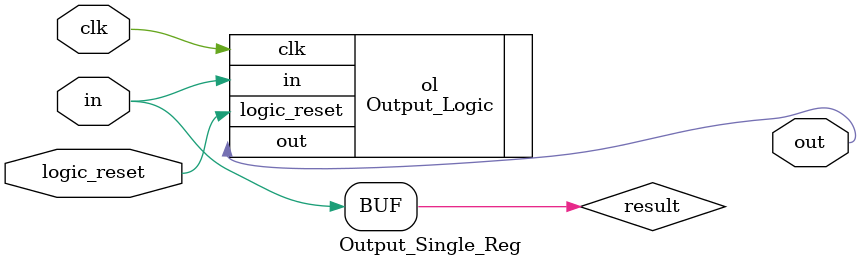
<source format=v>
module Output_Single_Reg (
    input wire clk,            
    input wire logic_reset,         
    input wire in,
    output wire out
);
    
    wire result = in;

    Output_Logic ol (
        .clk(clk),
        .logic_reset(logic_reset),
        .in(result),
        .out(out)
    );

endmodule
</source>
